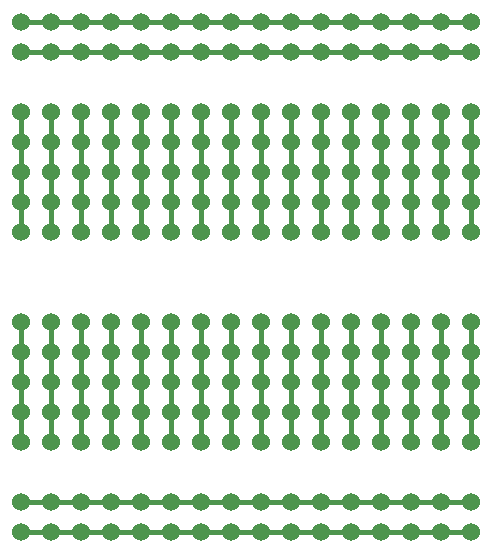
<source format=gbr>
%TF.GenerationSoftware,KiCad,Pcbnew,5.1.9-73d0e3b20d~88~ubuntu20.04.1*%
%TF.CreationDate,2021-01-27T17:21:51-06:00*%
%TF.ProjectId,ProtoPCBs,50726f74-6f50-4434-9273-2e6b69636164,rev?*%
%TF.SameCoordinates,Original*%
%TF.FileFunction,Copper,L1,Top*%
%TF.FilePolarity,Positive*%
%FSLAX46Y46*%
G04 Gerber Fmt 4.6, Leading zero omitted, Abs format (unit mm)*
G04 Created by KiCad (PCBNEW 5.1.9-73d0e3b20d~88~ubuntu20.04.1) date 2021-01-27 17:21:51*
%MOMM*%
%LPD*%
G01*
G04 APERTURE LIST*
%TA.AperFunction,ComponentPad*%
%ADD10C,1.524000*%
%TD*%
%TA.AperFunction,Conductor*%
%ADD11C,0.406400*%
%TD*%
G04 APERTURE END LIST*
D10*
%TO.P,REF\u002A\u002A,1*%
%TO.N,N/C*%
X193040000Y-58420000D03*
X203200000Y-60960000D03*
X226060000Y-58420000D03*
X205740000Y-60960000D03*
X223520000Y-58420000D03*
X193040000Y-60960000D03*
X213360000Y-60960000D03*
X205740000Y-58420000D03*
X220980000Y-60960000D03*
X231140000Y-60960000D03*
X218440000Y-60960000D03*
X208280000Y-58420000D03*
X215900000Y-58420000D03*
X220980000Y-58420000D03*
X228600000Y-58420000D03*
X231140000Y-58420000D03*
X203200000Y-58420000D03*
X200660000Y-58420000D03*
X215900000Y-60960000D03*
X223520000Y-60960000D03*
X226060000Y-60960000D03*
X213360000Y-58420000D03*
X228600000Y-60960000D03*
X198120000Y-58420000D03*
X210820000Y-58420000D03*
X210820000Y-60960000D03*
X208280000Y-60960000D03*
X195580000Y-60960000D03*
X218440000Y-58420000D03*
X198120000Y-60960000D03*
X200660000Y-60960000D03*
X195580000Y-58420000D03*
X193040000Y-101600000D03*
X228600000Y-101600000D03*
X215900000Y-101600000D03*
X231140000Y-99060000D03*
X213360000Y-101600000D03*
X220980000Y-99060000D03*
X220980000Y-101600000D03*
X195580000Y-101600000D03*
X203200000Y-99060000D03*
X198120000Y-99060000D03*
X210820000Y-101600000D03*
X226060000Y-99060000D03*
X203200000Y-101600000D03*
X213360000Y-99060000D03*
X208280000Y-99060000D03*
X231140000Y-101600000D03*
X223520000Y-99060000D03*
X223520000Y-101600000D03*
X218440000Y-101600000D03*
X218440000Y-99060000D03*
X228600000Y-99060000D03*
X215900000Y-99060000D03*
X200660000Y-99060000D03*
X200660000Y-101600000D03*
X208280000Y-101600000D03*
X210820000Y-99060000D03*
X195580000Y-99060000D03*
X205740000Y-99060000D03*
X226060000Y-101600000D03*
X193040000Y-99060000D03*
X205740000Y-101600000D03*
X198120000Y-101600000D03*
X193040000Y-83820000D03*
X193040000Y-93980000D03*
X203200000Y-86360000D03*
X228600000Y-93980000D03*
X228600000Y-88900000D03*
X226060000Y-83820000D03*
X215900000Y-93980000D03*
X205740000Y-86360000D03*
X213360000Y-88900000D03*
X223520000Y-83820000D03*
X231140000Y-91440000D03*
X193040000Y-86360000D03*
X213360000Y-86360000D03*
X213360000Y-93980000D03*
X220980000Y-91440000D03*
X220980000Y-93980000D03*
X205740000Y-83820000D03*
X220980000Y-86360000D03*
X195580000Y-93980000D03*
X198120000Y-88900000D03*
X226060000Y-88900000D03*
X213360000Y-91440000D03*
X231140000Y-86360000D03*
X218440000Y-86360000D03*
X208280000Y-91440000D03*
X231140000Y-93980000D03*
X223520000Y-91440000D03*
X223520000Y-93980000D03*
X218440000Y-93980000D03*
X203200000Y-88900000D03*
X200660000Y-88900000D03*
X208280000Y-83820000D03*
X215900000Y-83820000D03*
X218440000Y-91440000D03*
X218440000Y-88900000D03*
X228600000Y-91440000D03*
X220980000Y-83820000D03*
X215900000Y-91440000D03*
X200660000Y-91440000D03*
X220980000Y-88900000D03*
X228600000Y-83820000D03*
X200660000Y-93980000D03*
X215900000Y-88900000D03*
X231140000Y-83820000D03*
X208280000Y-93980000D03*
X208280000Y-88900000D03*
X203200000Y-83820000D03*
X210820000Y-91440000D03*
X200660000Y-83820000D03*
X215900000Y-86360000D03*
X195580000Y-91440000D03*
X205740000Y-91440000D03*
X223520000Y-86360000D03*
X226060000Y-86360000D03*
X213360000Y-83820000D03*
X228600000Y-86360000D03*
X226060000Y-93980000D03*
X198120000Y-83820000D03*
X195580000Y-88900000D03*
X210820000Y-83820000D03*
X193040000Y-91440000D03*
X210820000Y-86360000D03*
X231140000Y-88900000D03*
X208280000Y-86360000D03*
X223520000Y-88900000D03*
X205740000Y-93980000D03*
X205740000Y-88900000D03*
X195580000Y-86360000D03*
X198120000Y-93980000D03*
X210820000Y-93980000D03*
X210820000Y-88900000D03*
X226060000Y-91440000D03*
X218440000Y-83820000D03*
X203200000Y-93980000D03*
X193040000Y-88900000D03*
X198120000Y-86360000D03*
X200660000Y-86360000D03*
X195580000Y-83820000D03*
X198120000Y-91440000D03*
X203200000Y-91440000D03*
X213360000Y-66040000D03*
X213360000Y-76200000D03*
X223520000Y-68580000D03*
X226060000Y-68580000D03*
X213360000Y-68580000D03*
X226060000Y-66040000D03*
X215900000Y-76200000D03*
X218440000Y-71120000D03*
X228600000Y-73660000D03*
X223520000Y-71120000D03*
X220980000Y-71120000D03*
X228600000Y-66040000D03*
X220980000Y-73660000D03*
X220980000Y-76200000D03*
X228600000Y-76200000D03*
X228600000Y-71120000D03*
X223520000Y-66040000D03*
X231140000Y-73660000D03*
X220980000Y-66040000D03*
X215900000Y-73660000D03*
X226060000Y-73660000D03*
X218440000Y-66040000D03*
X215900000Y-71120000D03*
X231140000Y-66040000D03*
X213360000Y-73660000D03*
X231140000Y-68580000D03*
X228600000Y-68580000D03*
X226060000Y-76200000D03*
X226060000Y-71120000D03*
X215900000Y-68580000D03*
X218440000Y-76200000D03*
X231140000Y-76200000D03*
X231140000Y-71120000D03*
X223520000Y-76200000D03*
X213360000Y-71120000D03*
X218440000Y-68580000D03*
X220980000Y-68580000D03*
X215900000Y-66040000D03*
X218440000Y-73660000D03*
X223520000Y-73660000D03*
X210820000Y-73660000D03*
X210820000Y-66040000D03*
X210820000Y-76200000D03*
X210820000Y-71120000D03*
X210820000Y-68580000D03*
X208280000Y-68580000D03*
X208280000Y-66040000D03*
X208280000Y-73660000D03*
X208280000Y-76200000D03*
X208280000Y-71120000D03*
X205740000Y-68580000D03*
X205740000Y-71120000D03*
X205740000Y-66040000D03*
X205740000Y-76200000D03*
X205740000Y-73660000D03*
X203200000Y-71120000D03*
X203200000Y-73660000D03*
X203200000Y-76200000D03*
X203200000Y-66040000D03*
X203200000Y-68580000D03*
X200660000Y-71120000D03*
X200660000Y-66040000D03*
X200660000Y-76200000D03*
X200660000Y-68580000D03*
X200660000Y-73660000D03*
X198120000Y-76200000D03*
X198120000Y-73660000D03*
X198120000Y-71120000D03*
X198120000Y-68580000D03*
X198120000Y-66040000D03*
X195580000Y-66040000D03*
X195580000Y-76200000D03*
X195580000Y-68580000D03*
X195580000Y-73660000D03*
X195580000Y-71120000D03*
X193040000Y-76200000D03*
X193040000Y-73660000D03*
X193040000Y-71120000D03*
X193040000Y-68580000D03*
X193040000Y-66040000D03*
%TD*%
D11*
%TO.N,*%
X203200000Y-66040000D02*
X203200000Y-76200000D01*
X193040000Y-66040000D02*
X193040000Y-76200000D01*
X200660000Y-66040000D02*
X200660000Y-76200000D01*
X205740000Y-66040000D02*
X205740000Y-76200000D01*
X195580000Y-66040000D02*
X195580000Y-76200000D01*
X208280000Y-66040000D02*
X208280000Y-76200000D01*
X198120000Y-66040000D02*
X198120000Y-76200000D01*
X210820000Y-66040000D02*
X210820000Y-76200000D01*
X215900000Y-66040000D02*
X215900000Y-76200000D01*
X218440000Y-66040000D02*
X218440000Y-76200000D01*
X220980000Y-66040000D02*
X220980000Y-76200000D01*
X228600000Y-66040000D02*
X228600000Y-76200000D01*
X223520000Y-66040000D02*
X223520000Y-76200000D01*
X213360000Y-66040000D02*
X213360000Y-76200000D01*
X231140000Y-66040000D02*
X231140000Y-76200000D01*
X226060000Y-66040000D02*
X226060000Y-76200000D01*
X195580000Y-83820000D02*
X195580000Y-93980000D01*
X213360000Y-83820000D02*
X213360000Y-93980000D01*
X220980000Y-83820000D02*
X220980000Y-93980000D01*
X228600000Y-83820000D02*
X228600000Y-93980000D01*
X198120000Y-83820000D02*
X198120000Y-93980000D01*
X218440000Y-83820000D02*
X218440000Y-93980000D01*
X200660000Y-83820000D02*
X200660000Y-93980000D01*
X208280000Y-83820000D02*
X208280000Y-93980000D01*
X203200000Y-83820000D02*
X203200000Y-93980000D01*
X231140000Y-83820000D02*
X231140000Y-93980000D01*
X226060000Y-83820000D02*
X226060000Y-93980000D01*
X193040000Y-83820000D02*
X193040000Y-93980000D01*
X210820000Y-83820000D02*
X210820000Y-93980000D01*
X205740000Y-83820000D02*
X205740000Y-93980000D01*
X223520000Y-83820000D02*
X223520000Y-93980000D01*
X215900000Y-83820000D02*
X215900000Y-93980000D01*
X193040000Y-58420000D02*
X231140000Y-58420000D01*
X193040000Y-60960000D02*
X231140000Y-60960000D01*
X193040000Y-99060000D02*
X231140000Y-99060000D01*
X193040000Y-101600000D02*
X231140000Y-101600000D01*
%TD*%
M02*

</source>
